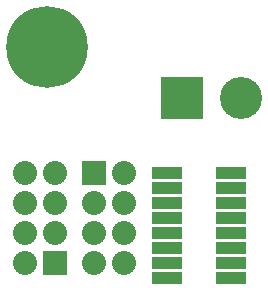
<source format=gbs>
G04 #@! TF.GenerationSoftware,KiCad,Pcbnew,(5.1.5)-3*
G04 #@! TF.CreationDate,2022-05-04T20:17:43+02:00*
G04 #@! TF.ProjectId,wa2amp,77613261-6d70-42e6-9b69-6361645f7063,0432 -*
G04 #@! TF.SameCoordinates,Original*
G04 #@! TF.FileFunction,Soldermask,Bot*
G04 #@! TF.FilePolarity,Negative*
%FSLAX46Y46*%
G04 Gerber Fmt 4.6, Leading zero omitted, Abs format (unit mm)*
G04 Created by KiCad (PCBNEW (5.1.5)-3) date 2022-05-04 20:17:43*
%MOMM*%
%LPD*%
G04 APERTURE LIST*
%ADD10R,2.508000X1.108000*%
%ADD11R,3.556000X3.556000*%
%ADD12C,3.556000*%
%ADD13C,2.032000*%
%ADD14R,2.032000X2.032000*%
%ADD15C,6.908800*%
G04 APERTURE END LIST*
D10*
X130700000Y-88655000D03*
X136100000Y-88655000D03*
X130700000Y-89925000D03*
X136100000Y-89925000D03*
X130700000Y-91195000D03*
X136100000Y-91195000D03*
X130700000Y-92465000D03*
X136100000Y-92465000D03*
X130700000Y-93735000D03*
X136100000Y-93735000D03*
X130700000Y-95005000D03*
X136100000Y-95005000D03*
X130700000Y-96275000D03*
X136100000Y-96275000D03*
X130700000Y-97545000D03*
X136100000Y-97545000D03*
D11*
X131900640Y-82300000D03*
D12*
X136899360Y-82300000D03*
D13*
X118630000Y-88646000D03*
X121170000Y-88646000D03*
X118630000Y-91186000D03*
X121170000Y-91186000D03*
X118630000Y-93726000D03*
X121170000Y-93726000D03*
X118630000Y-96266000D03*
D14*
X121170000Y-96266000D03*
D13*
X127000000Y-96266000D03*
X124460000Y-96266000D03*
X127000000Y-93726000D03*
X124460000Y-93726000D03*
X127000000Y-91186000D03*
X124460000Y-91186000D03*
X127000000Y-88646000D03*
D14*
X124460000Y-88646000D03*
D15*
X120523000Y-77978000D03*
M02*

</source>
